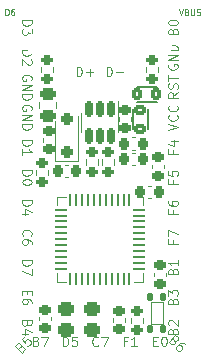
<source format=gbr>
%TF.GenerationSoftware,KiCad,Pcbnew,(6.0.1)*%
%TF.CreationDate,2022-01-23T22:32:30+01:00*%
%TF.ProjectId,pluto,706c7574-6f2e-46b6-9963-61645f706362,1.0*%
%TF.SameCoordinates,Original*%
%TF.FileFunction,Legend,Top*%
%TF.FilePolarity,Positive*%
%FSLAX46Y46*%
G04 Gerber Fmt 4.6, Leading zero omitted, Abs format (unit mm)*
G04 Created by KiCad (PCBNEW (6.0.1)) date 2022-01-23 22:32:30*
%MOMM*%
%LPD*%
G01*
G04 APERTURE LIST*
G04 Aperture macros list*
%AMRoundRect*
0 Rectangle with rounded corners*
0 $1 Rounding radius*
0 $2 $3 $4 $5 $6 $7 $8 $9 X,Y pos of 4 corners*
0 Add a 4 corners polygon primitive as box body*
4,1,4,$2,$3,$4,$5,$6,$7,$8,$9,$2,$3,0*
0 Add four circle primitives for the rounded corners*
1,1,$1+$1,$2,$3*
1,1,$1+$1,$4,$5*
1,1,$1+$1,$6,$7*
1,1,$1+$1,$8,$9*
0 Add four rect primitives between the rounded corners*
20,1,$1+$1,$2,$3,$4,$5,0*
20,1,$1+$1,$4,$5,$6,$7,0*
20,1,$1+$1,$6,$7,$8,$9,0*
20,1,$1+$1,$8,$9,$2,$3,0*%
G04 Aperture macros list end*
%ADD10C,0.120000*%
%ADD11C,0.100000*%
%ADD12C,0.150000*%
%ADD13RoundRect,0.225000X0.225000X0.250000X-0.225000X0.250000X-0.225000X-0.250000X0.225000X-0.250000X0*%
%ADD14C,1.752600*%
%ADD15RoundRect,0.200000X-0.275000X0.200000X-0.275000X-0.200000X0.275000X-0.200000X0.275000X0.200000X0*%
%ADD16R,5.200000X5.200000*%
%ADD17RoundRect,0.062500X-0.475000X0.062500X-0.475000X-0.062500X0.475000X-0.062500X0.475000X0.062500X0*%
%ADD18RoundRect,0.062500X-0.062500X0.475000X-0.062500X-0.475000X0.062500X-0.475000X0.062500X0.475000X0*%
%ADD19RoundRect,0.200000X0.275000X-0.200000X0.275000X0.200000X-0.275000X0.200000X-0.275000X-0.200000X0*%
%ADD20RoundRect,0.243750X-0.456250X0.243750X-0.456250X-0.243750X0.456250X-0.243750X0.456250X0.243750X0*%
%ADD21RoundRect,0.225000X0.250000X-0.225000X0.250000X0.225000X-0.250000X0.225000X-0.250000X-0.225000X0*%
%ADD22RoundRect,0.150000X-0.150000X0.512500X-0.150000X-0.512500X0.150000X-0.512500X0.150000X0.512500X0*%
%ADD23RoundRect,0.300000X0.400000X0.300000X-0.400000X0.300000X-0.400000X-0.300000X0.400000X-0.300000X0*%
%ADD24RoundRect,0.170000X-0.330000X0.255000X-0.330000X-0.255000X0.330000X-0.255000X0.330000X0.255000X0*%
%ADD25RoundRect,0.225000X-0.250000X0.225000X-0.250000X-0.225000X0.250000X-0.225000X0.250000X0.225000X0*%
%ADD26RoundRect,0.275000X0.275000X-0.275000X0.275000X0.275000X-0.275000X0.275000X-0.275000X-0.275000X0*%
%ADD27O,1.000000X2.200000*%
%ADD28O,1.000000X1.800000*%
%ADD29R,0.600000X1.150000*%
%ADD30R,0.300000X1.150000*%
%ADD31RoundRect,0.170000X0.255000X0.330000X-0.255000X0.330000X-0.255000X-0.330000X0.255000X-0.330000X0*%
%ADD32RoundRect,0.137500X-0.137500X0.212500X-0.137500X-0.212500X0.137500X-0.212500X0.137500X0.212500X0*%
G04 APERTURE END LIST*
D10*
%TO.C,J3*%
X113015857Y-70001666D02*
X113015857Y-70268333D01*
X113434904Y-70268333D02*
X112634904Y-70268333D01*
X112634904Y-69887380D01*
X112634904Y-69239761D02*
X112634904Y-69392142D01*
X112673000Y-69468333D01*
X112711095Y-69506428D01*
X112825380Y-69582619D01*
X112977761Y-69620714D01*
X113282523Y-69620714D01*
X113358714Y-69582619D01*
X113396809Y-69544523D01*
X113434904Y-69468333D01*
X113434904Y-69315952D01*
X113396809Y-69239761D01*
X113358714Y-69201666D01*
X113282523Y-69163571D01*
X113092047Y-69163571D01*
X113015857Y-69201666D01*
X112977761Y-69239761D01*
X112939666Y-69315952D01*
X112939666Y-69468333D01*
X112977761Y-69544523D01*
X113015857Y-69582619D01*
X113092047Y-69620714D01*
X100265095Y-56444523D02*
X101065095Y-56444523D01*
X101065095Y-56635000D01*
X101027000Y-56749285D01*
X100950809Y-56825476D01*
X100874619Y-56863571D01*
X100722238Y-56901666D01*
X100607952Y-56901666D01*
X100455571Y-56863571D01*
X100379380Y-56825476D01*
X100303190Y-56749285D01*
X100265095Y-56635000D01*
X100265095Y-56444523D01*
X100988904Y-57206428D02*
X101027000Y-57244523D01*
X101065095Y-57320714D01*
X101065095Y-57511190D01*
X101027000Y-57587380D01*
X100988904Y-57625476D01*
X100912714Y-57663571D01*
X100836523Y-57663571D01*
X100722238Y-57625476D01*
X100265095Y-57168333D01*
X100265095Y-57663571D01*
X106716666Y-81399913D02*
X106678571Y-81438008D01*
X106564285Y-81476103D01*
X106488095Y-81476103D01*
X106373809Y-81438008D01*
X106297619Y-81361818D01*
X106259523Y-81285627D01*
X106221428Y-81133246D01*
X106221428Y-81018960D01*
X106259523Y-80866579D01*
X106297619Y-80790389D01*
X106373809Y-80714199D01*
X106488095Y-80676103D01*
X106564285Y-80676103D01*
X106678571Y-80714199D01*
X106716666Y-80752294D01*
X106983333Y-80676103D02*
X107516666Y-80676103D01*
X107173809Y-81476103D01*
X113434904Y-60013095D02*
X113053952Y-60279761D01*
X113434904Y-60470238D02*
X112634904Y-60470238D01*
X112634904Y-60165476D01*
X112673000Y-60089285D01*
X112711095Y-60051190D01*
X112787285Y-60013095D01*
X112901571Y-60013095D01*
X112977761Y-60051190D01*
X113015857Y-60089285D01*
X113053952Y-60165476D01*
X113053952Y-60470238D01*
X113396809Y-59708333D02*
X113434904Y-59594047D01*
X113434904Y-59403571D01*
X113396809Y-59327380D01*
X113358714Y-59289285D01*
X113282523Y-59251190D01*
X113206333Y-59251190D01*
X113130142Y-59289285D01*
X113092047Y-59327380D01*
X113053952Y-59403571D01*
X113015857Y-59555952D01*
X112977761Y-59632142D01*
X112939666Y-59670238D01*
X112863476Y-59708333D01*
X112787285Y-59708333D01*
X112711095Y-59670238D01*
X112673000Y-59632142D01*
X112634904Y-59555952D01*
X112634904Y-59365476D01*
X112673000Y-59251190D01*
X112634904Y-59022619D02*
X112634904Y-58565476D01*
X113434904Y-58794047D02*
X112634904Y-58794047D01*
D11*
X113553333Y-52951190D02*
X113720000Y-53451190D01*
X113886666Y-52951190D01*
X114220000Y-53189285D02*
X114291428Y-53213095D01*
X114315238Y-53236904D01*
X114339047Y-53284523D01*
X114339047Y-53355952D01*
X114315238Y-53403571D01*
X114291428Y-53427380D01*
X114243809Y-53451190D01*
X114053333Y-53451190D01*
X114053333Y-52951190D01*
X114220000Y-52951190D01*
X114267619Y-52975000D01*
X114291428Y-52998809D01*
X114315238Y-53046428D01*
X114315238Y-53094047D01*
X114291428Y-53141666D01*
X114267619Y-53165476D01*
X114220000Y-53189285D01*
X114053333Y-53189285D01*
X114553333Y-52951190D02*
X114553333Y-53355952D01*
X114577142Y-53403571D01*
X114600952Y-53427380D01*
X114648571Y-53451190D01*
X114743809Y-53451190D01*
X114791428Y-53427380D01*
X114815238Y-53403571D01*
X114839047Y-53355952D01*
X114839047Y-52951190D01*
X115053333Y-53427380D02*
X115124761Y-53451190D01*
X115243809Y-53451190D01*
X115291428Y-53427380D01*
X115315238Y-53403571D01*
X115339047Y-53355952D01*
X115339047Y-53308333D01*
X115315238Y-53260714D01*
X115291428Y-53236904D01*
X115243809Y-53213095D01*
X115148571Y-53189285D01*
X115100952Y-53165476D01*
X115077142Y-53141666D01*
X115053333Y-53094047D01*
X115053333Y-53046428D01*
X115077142Y-52998809D01*
X115100952Y-52975000D01*
X115148571Y-52951190D01*
X115267619Y-52951190D01*
X115339047Y-52975000D01*
D10*
X103719523Y-81476104D02*
X103719523Y-80676104D01*
X103910000Y-80676104D01*
X104024285Y-80714200D01*
X104100476Y-80790390D01*
X104138571Y-80866580D01*
X104176666Y-81018961D01*
X104176666Y-81133247D01*
X104138571Y-81285628D01*
X104100476Y-81361819D01*
X104024285Y-81438009D01*
X103910000Y-81476104D01*
X103719523Y-81476104D01*
X104900476Y-80676104D02*
X104519523Y-80676104D01*
X104481428Y-81057057D01*
X104519523Y-81018961D01*
X104595714Y-80980866D01*
X104786190Y-80980866D01*
X104862380Y-81018961D01*
X104900476Y-81057057D01*
X104938571Y-81133247D01*
X104938571Y-81323723D01*
X104900476Y-81399914D01*
X104862380Y-81438009D01*
X104786190Y-81476104D01*
X104595714Y-81476104D01*
X104519523Y-81438009D01*
X104481428Y-81399914D01*
X100265095Y-53904523D02*
X101065095Y-53904523D01*
X101065095Y-54095000D01*
X101027000Y-54209285D01*
X100950809Y-54285476D01*
X100874619Y-54323571D01*
X100722238Y-54361666D01*
X100607952Y-54361666D01*
X100455571Y-54323571D01*
X100379380Y-54285476D01*
X100303190Y-54209285D01*
X100265095Y-54095000D01*
X100265095Y-53904523D01*
X101065095Y-54628333D02*
X101065095Y-55123571D01*
X100760333Y-54856904D01*
X100760333Y-54971190D01*
X100722238Y-55047380D01*
X100684142Y-55085476D01*
X100607952Y-55123571D01*
X100417476Y-55123571D01*
X100341285Y-55085476D01*
X100303190Y-55047380D01*
X100265095Y-54971190D01*
X100265095Y-54742619D01*
X100303190Y-54666428D01*
X100341285Y-54628333D01*
X104875238Y-58616104D02*
X104875238Y-57816104D01*
X105065714Y-57816104D01*
X105180000Y-57854200D01*
X105256190Y-57930390D01*
X105294285Y-58006580D01*
X105332380Y-58158961D01*
X105332380Y-58273247D01*
X105294285Y-58425628D01*
X105256190Y-58501819D01*
X105180000Y-58578009D01*
X105065714Y-58616104D01*
X104875238Y-58616104D01*
X105675238Y-58311342D02*
X106284761Y-58311342D01*
X105980000Y-58616104D02*
X105980000Y-58006580D01*
X107415238Y-58616104D02*
X107415238Y-57816104D01*
X107605714Y-57816104D01*
X107720000Y-57854200D01*
X107796190Y-57930390D01*
X107834285Y-58006580D01*
X107872380Y-58158961D01*
X107872380Y-58273247D01*
X107834285Y-58425628D01*
X107796190Y-58501819D01*
X107720000Y-58578009D01*
X107605714Y-58616104D01*
X107415238Y-58616104D01*
X108215238Y-58311342D02*
X108824761Y-58311342D01*
X100265095Y-66604523D02*
X101065095Y-66604523D01*
X101065095Y-66795000D01*
X101027000Y-66909285D01*
X100950809Y-66985476D01*
X100874619Y-67023571D01*
X100722238Y-67061666D01*
X100607952Y-67061666D01*
X100455571Y-67023571D01*
X100379380Y-66985476D01*
X100303190Y-66909285D01*
X100265095Y-66795000D01*
X100265095Y-66604523D01*
X101065095Y-67556904D02*
X101065095Y-67633095D01*
X101027000Y-67709285D01*
X100988904Y-67747380D01*
X100912714Y-67785476D01*
X100760333Y-67823571D01*
X100569857Y-67823571D01*
X100417476Y-67785476D01*
X100341285Y-67747380D01*
X100303190Y-67709285D01*
X100265095Y-67633095D01*
X100265095Y-67556904D01*
X100303190Y-67480714D01*
X100341285Y-67442619D01*
X100417476Y-67404523D01*
X100569857Y-67366428D01*
X100760333Y-67366428D01*
X100912714Y-67404523D01*
X100988904Y-67442619D01*
X101027000Y-67480714D01*
X101065095Y-67556904D01*
X100126797Y-81558990D02*
X100234546Y-81505115D01*
X100288421Y-81505115D01*
X100369233Y-81532053D01*
X100450045Y-81612865D01*
X100476983Y-81693677D01*
X100476983Y-81747552D01*
X100450045Y-81828364D01*
X100234546Y-82043863D01*
X99668861Y-81478178D01*
X99857423Y-81289616D01*
X99938235Y-81262679D01*
X99992110Y-81262679D01*
X100072922Y-81289616D01*
X100126797Y-81343491D01*
X100153734Y-81424303D01*
X100153734Y-81478178D01*
X100126797Y-81558990D01*
X99938235Y-81747552D01*
X100503920Y-80643119D02*
X100234546Y-80912493D01*
X100476983Y-81208804D01*
X100476983Y-81154929D01*
X100503920Y-81074117D01*
X100638607Y-80939430D01*
X100719419Y-80912493D01*
X100773294Y-80912493D01*
X100854106Y-80939430D01*
X100988793Y-81074117D01*
X101015731Y-81154929D01*
X101015731Y-81208804D01*
X100988793Y-81289616D01*
X100854106Y-81424303D01*
X100773294Y-81451241D01*
X100719419Y-81451241D01*
X100265095Y-64064523D02*
X101065095Y-64064523D01*
X101065095Y-64255000D01*
X101027000Y-64369285D01*
X100950809Y-64445476D01*
X100874619Y-64483571D01*
X100722238Y-64521666D01*
X100607952Y-64521666D01*
X100455571Y-64483571D01*
X100379380Y-64445476D01*
X100303190Y-64369285D01*
X100265095Y-64255000D01*
X100265095Y-64064523D01*
X100265095Y-65283571D02*
X100265095Y-64826428D01*
X100265095Y-65055000D02*
X101065095Y-65055000D01*
X100950809Y-64978809D01*
X100874619Y-64902619D01*
X100836523Y-64826428D01*
X112673000Y-57644523D02*
X112634904Y-57720714D01*
X112634904Y-57835000D01*
X112673000Y-57949285D01*
X112749190Y-58025476D01*
X112825380Y-58063571D01*
X112977761Y-58101666D01*
X113092047Y-58101666D01*
X113244428Y-58063571D01*
X113320619Y-58025476D01*
X113396809Y-57949285D01*
X113434904Y-57835000D01*
X113434904Y-57758809D01*
X113396809Y-57644523D01*
X113358714Y-57606428D01*
X113092047Y-57606428D01*
X113092047Y-57758809D01*
X113434904Y-57263571D02*
X112634904Y-57263571D01*
X113434904Y-56806428D01*
X112634904Y-56806428D01*
X113434904Y-56425476D02*
X112634904Y-56425476D01*
X112634904Y-56235000D01*
X112673000Y-56120714D01*
X112749190Y-56044523D01*
X112825380Y-56006428D01*
X112977761Y-55968333D01*
X113092047Y-55968333D01*
X113244428Y-56006428D01*
X113320619Y-56044523D01*
X113396809Y-56120714D01*
X113434904Y-56235000D01*
X113434904Y-56425476D01*
X100341285Y-72141666D02*
X100303190Y-72103571D01*
X100265095Y-71989285D01*
X100265095Y-71913095D01*
X100303190Y-71798809D01*
X100379380Y-71722619D01*
X100455571Y-71684523D01*
X100607952Y-71646428D01*
X100722238Y-71646428D01*
X100874619Y-71684523D01*
X100950809Y-71722619D01*
X101027000Y-71798809D01*
X101065095Y-71913095D01*
X101065095Y-71989285D01*
X101027000Y-72103571D01*
X100988904Y-72141666D01*
X101065095Y-72827380D02*
X101065095Y-72675000D01*
X101027000Y-72598809D01*
X100988904Y-72560714D01*
X100874619Y-72484523D01*
X100722238Y-72446428D01*
X100417476Y-72446428D01*
X100341285Y-72484523D01*
X100303190Y-72522619D01*
X100265095Y-72598809D01*
X100265095Y-72751190D01*
X100303190Y-72827380D01*
X100341285Y-72865476D01*
X100417476Y-72903571D01*
X100607952Y-72903571D01*
X100684142Y-72865476D01*
X100722238Y-72827380D01*
X100760333Y-72751190D01*
X100760333Y-72598809D01*
X100722238Y-72522619D01*
X100684142Y-72484523D01*
X100607952Y-72446428D01*
D11*
X98860952Y-53451190D02*
X98860952Y-52951190D01*
X98980000Y-52951190D01*
X99051428Y-52975000D01*
X99099047Y-53022619D01*
X99122857Y-53070238D01*
X99146666Y-53165476D01*
X99146666Y-53236904D01*
X99122857Y-53332142D01*
X99099047Y-53379761D01*
X99051428Y-53427380D01*
X98980000Y-53451190D01*
X98860952Y-53451190D01*
X99575238Y-52951190D02*
X99480000Y-52951190D01*
X99432380Y-52975000D01*
X99408571Y-52998809D01*
X99360952Y-53070238D01*
X99337142Y-53165476D01*
X99337142Y-53355952D01*
X99360952Y-53403571D01*
X99384761Y-53427380D01*
X99432380Y-53451190D01*
X99527619Y-53451190D01*
X99575238Y-53427380D01*
X99599047Y-53403571D01*
X99622857Y-53355952D01*
X99622857Y-53236904D01*
X99599047Y-53189285D01*
X99575238Y-53165476D01*
X99527619Y-53141666D01*
X99432380Y-53141666D01*
X99384761Y-53165476D01*
X99360952Y-53189285D01*
X99337142Y-53236904D01*
D10*
X100684142Y-76802619D02*
X100684142Y-77069285D01*
X100265095Y-77183571D02*
X100265095Y-76802619D01*
X101065095Y-76802619D01*
X101065095Y-77183571D01*
X101065095Y-77869285D02*
X101065095Y-77716904D01*
X101027000Y-77640714D01*
X100988904Y-77602619D01*
X100874619Y-77526428D01*
X100722238Y-77488333D01*
X100417476Y-77488333D01*
X100341285Y-77526428D01*
X100303190Y-77564523D01*
X100265095Y-77640714D01*
X100265095Y-77793095D01*
X100303190Y-77869285D01*
X100341285Y-77907380D01*
X100417476Y-77945476D01*
X100607952Y-77945476D01*
X100684142Y-77907380D01*
X100722238Y-77869285D01*
X100760333Y-77793095D01*
X100760333Y-77640714D01*
X100722238Y-77564523D01*
X100684142Y-77526428D01*
X100607952Y-77488333D01*
X113015857Y-80218809D02*
X113053952Y-80104523D01*
X113092047Y-80066428D01*
X113168238Y-80028333D01*
X113282523Y-80028333D01*
X113358714Y-80066428D01*
X113396809Y-80104523D01*
X113434904Y-80180714D01*
X113434904Y-80485476D01*
X112634904Y-80485476D01*
X112634904Y-80218809D01*
X112673000Y-80142619D01*
X112711095Y-80104523D01*
X112787285Y-80066428D01*
X112863476Y-80066428D01*
X112939666Y-80104523D01*
X112977761Y-80142619D01*
X113015857Y-80218809D01*
X113015857Y-80485476D01*
X112711095Y-79723571D02*
X112673000Y-79685476D01*
X112634904Y-79609285D01*
X112634904Y-79418809D01*
X112673000Y-79342619D01*
X112711095Y-79304523D01*
X112787285Y-79266428D01*
X112863476Y-79266428D01*
X112977761Y-79304523D01*
X113434904Y-79761666D01*
X113434904Y-79266428D01*
X113015857Y-75138809D02*
X113053952Y-75024523D01*
X113092047Y-74986428D01*
X113168238Y-74948333D01*
X113282523Y-74948333D01*
X113358714Y-74986428D01*
X113396809Y-75024523D01*
X113434904Y-75100714D01*
X113434904Y-75405476D01*
X112634904Y-75405476D01*
X112634904Y-75138809D01*
X112673000Y-75062619D01*
X112711095Y-75024523D01*
X112787285Y-74986428D01*
X112863476Y-74986428D01*
X112939666Y-75024523D01*
X112977761Y-75062619D01*
X113015857Y-75138809D01*
X113015857Y-75405476D01*
X113434904Y-74186428D02*
X113434904Y-74643571D01*
X113434904Y-74415000D02*
X112634904Y-74415000D01*
X112749190Y-74491190D01*
X112825380Y-74567380D01*
X112863476Y-74643571D01*
X111377619Y-81057056D02*
X111644285Y-81057056D01*
X111758571Y-81476103D02*
X111377619Y-81476103D01*
X111377619Y-80676103D01*
X111758571Y-80676103D01*
X112253809Y-80676103D02*
X112330000Y-80676103D01*
X112406190Y-80714199D01*
X112444285Y-80752294D01*
X112482380Y-80828484D01*
X112520476Y-80980865D01*
X112520476Y-81171341D01*
X112482380Y-81323722D01*
X112444285Y-81399913D01*
X112406190Y-81438008D01*
X112330000Y-81476103D01*
X112253809Y-81476103D01*
X112177619Y-81438008D01*
X112139523Y-81399913D01*
X112101428Y-81323722D01*
X112063333Y-81171341D01*
X112063333Y-80980865D01*
X112101428Y-80828484D01*
X112139523Y-80752294D01*
X112177619Y-80714199D01*
X112253809Y-80676103D01*
X112634904Y-63181666D02*
X113434904Y-62915000D01*
X112634904Y-62648333D01*
X113358714Y-61924523D02*
X113396809Y-61962619D01*
X113434904Y-62076904D01*
X113434904Y-62153095D01*
X113396809Y-62267380D01*
X113320619Y-62343571D01*
X113244428Y-62381666D01*
X113092047Y-62419761D01*
X112977761Y-62419761D01*
X112825380Y-62381666D01*
X112749190Y-62343571D01*
X112673000Y-62267380D01*
X112634904Y-62153095D01*
X112634904Y-62076904D01*
X112673000Y-61962619D01*
X112711095Y-61924523D01*
X113358714Y-61124523D02*
X113396809Y-61162619D01*
X113434904Y-61276904D01*
X113434904Y-61353095D01*
X113396809Y-61467380D01*
X113320619Y-61543571D01*
X113244428Y-61581666D01*
X113092047Y-61619761D01*
X112977761Y-61619761D01*
X112825380Y-61581666D01*
X112749190Y-61543571D01*
X112673000Y-61467380D01*
X112634904Y-61353095D01*
X112634904Y-61276904D01*
X112673000Y-61162619D01*
X112711095Y-61124523D01*
X113015857Y-77678809D02*
X113053952Y-77564523D01*
X113092047Y-77526428D01*
X113168238Y-77488333D01*
X113282523Y-77488333D01*
X113358714Y-77526428D01*
X113396809Y-77564523D01*
X113434904Y-77640714D01*
X113434904Y-77945476D01*
X112634904Y-77945476D01*
X112634904Y-77678809D01*
X112673000Y-77602619D01*
X112711095Y-77564523D01*
X112787285Y-77526428D01*
X112863476Y-77526428D01*
X112939666Y-77564523D01*
X112977761Y-77602619D01*
X113015857Y-77678809D01*
X113015857Y-77945476D01*
X112634904Y-77221666D02*
X112634904Y-76726428D01*
X112939666Y-76993095D01*
X112939666Y-76878809D01*
X112977761Y-76802619D01*
X113015857Y-76764523D01*
X113092047Y-76726428D01*
X113282523Y-76726428D01*
X113358714Y-76764523D01*
X113396809Y-76802619D01*
X113434904Y-76878809D01*
X113434904Y-77107380D01*
X113396809Y-77183571D01*
X113358714Y-77221666D01*
X113015857Y-64921666D02*
X113015857Y-65188333D01*
X113434904Y-65188333D02*
X112634904Y-65188333D01*
X112634904Y-64807380D01*
X112901571Y-64159761D02*
X113434904Y-64159761D01*
X112596809Y-64350238D02*
X113168238Y-64540714D01*
X113168238Y-64045476D01*
X100265095Y-69144523D02*
X101065095Y-69144523D01*
X101065095Y-69335000D01*
X101027000Y-69449285D01*
X100950809Y-69525476D01*
X100874619Y-69563571D01*
X100722238Y-69601666D01*
X100607952Y-69601666D01*
X100455571Y-69563571D01*
X100379380Y-69525476D01*
X100303190Y-69449285D01*
X100265095Y-69335000D01*
X100265095Y-69144523D01*
X100798428Y-70287380D02*
X100265095Y-70287380D01*
X101103190Y-70096904D02*
X100531761Y-69906428D01*
X100531761Y-70401666D01*
X113166067Y-80999454D02*
X113219941Y-81107204D01*
X113219941Y-81161079D01*
X113193004Y-81241891D01*
X113112192Y-81322703D01*
X113031380Y-81349641D01*
X112977505Y-81349641D01*
X112896693Y-81322703D01*
X112681193Y-81107204D01*
X113246879Y-80541519D01*
X113435441Y-80730080D01*
X113462378Y-80810893D01*
X113462378Y-80864767D01*
X113435441Y-80945580D01*
X113381566Y-80999454D01*
X113300754Y-81026392D01*
X113246879Y-81026392D01*
X113166067Y-80999454D01*
X112977505Y-80810893D01*
X114055001Y-81349641D02*
X113947251Y-81241891D01*
X113866439Y-81214954D01*
X113812564Y-81214954D01*
X113677877Y-81241891D01*
X113543190Y-81322703D01*
X113327691Y-81538202D01*
X113300754Y-81619015D01*
X113300754Y-81672889D01*
X113327691Y-81753702D01*
X113435441Y-81861451D01*
X113516253Y-81888389D01*
X113570128Y-81888389D01*
X113650940Y-81861451D01*
X113785627Y-81726764D01*
X113812564Y-81645952D01*
X113812564Y-81592077D01*
X113785627Y-81511265D01*
X113677877Y-81403515D01*
X113597065Y-81376578D01*
X113543190Y-81376578D01*
X113462378Y-81403515D01*
X113015857Y-54818809D02*
X113053952Y-54704523D01*
X113092047Y-54666428D01*
X113168238Y-54628333D01*
X113282523Y-54628333D01*
X113358714Y-54666428D01*
X113396809Y-54704523D01*
X113434904Y-54780714D01*
X113434904Y-55085476D01*
X112634904Y-55085476D01*
X112634904Y-54818809D01*
X112673000Y-54742619D01*
X112711095Y-54704523D01*
X112787285Y-54666428D01*
X112863476Y-54666428D01*
X112939666Y-54704523D01*
X112977761Y-54742619D01*
X113015857Y-54818809D01*
X113015857Y-55085476D01*
X112634904Y-54133095D02*
X112634904Y-54056904D01*
X112673000Y-53980714D01*
X112711095Y-53942619D01*
X112787285Y-53904523D01*
X112939666Y-53866428D01*
X113130142Y-53866428D01*
X113282523Y-53904523D01*
X113358714Y-53942619D01*
X113396809Y-53980714D01*
X113434904Y-54056904D01*
X113434904Y-54133095D01*
X113396809Y-54209285D01*
X113358714Y-54247380D01*
X113282523Y-54285476D01*
X113130142Y-54323571D01*
X112939666Y-54323571D01*
X112787285Y-54285476D01*
X112711095Y-54247380D01*
X112673000Y-54209285D01*
X112634904Y-54133095D01*
X113015857Y-72541666D02*
X113015857Y-72808333D01*
X113434904Y-72808333D02*
X112634904Y-72808333D01*
X112634904Y-72427380D01*
X112634904Y-72198809D02*
X112634904Y-71665476D01*
X113434904Y-72008333D01*
X101027000Y-61505476D02*
X101065095Y-61429285D01*
X101065095Y-61315000D01*
X101027000Y-61200714D01*
X100950809Y-61124523D01*
X100874619Y-61086428D01*
X100722238Y-61048333D01*
X100607952Y-61048333D01*
X100455571Y-61086428D01*
X100379380Y-61124523D01*
X100303190Y-61200714D01*
X100265095Y-61315000D01*
X100265095Y-61391190D01*
X100303190Y-61505476D01*
X100341285Y-61543571D01*
X100607952Y-61543571D01*
X100607952Y-61391190D01*
X100265095Y-61886428D02*
X101065095Y-61886428D01*
X100265095Y-62343571D01*
X101065095Y-62343571D01*
X100265095Y-62724523D02*
X101065095Y-62724523D01*
X101065095Y-62915000D01*
X101027000Y-63029285D01*
X100950809Y-63105476D01*
X100874619Y-63143571D01*
X100722238Y-63181666D01*
X100607952Y-63181666D01*
X100455571Y-63143571D01*
X100379380Y-63105476D01*
X100303190Y-63029285D01*
X100265095Y-62915000D01*
X100265095Y-62724523D01*
X113015857Y-67461666D02*
X113015857Y-67728333D01*
X113434904Y-67728333D02*
X112634904Y-67728333D01*
X112634904Y-67347380D01*
X112634904Y-66661666D02*
X112634904Y-67042619D01*
X113015857Y-67080714D01*
X112977761Y-67042619D01*
X112939666Y-66966428D01*
X112939666Y-66775952D01*
X112977761Y-66699761D01*
X113015857Y-66661666D01*
X113092047Y-66623571D01*
X113282523Y-66623571D01*
X113358714Y-66661666D01*
X113396809Y-66699761D01*
X113434904Y-66775952D01*
X113434904Y-66966428D01*
X113396809Y-67042619D01*
X113358714Y-67080714D01*
X100265095Y-74224523D02*
X101065095Y-74224523D01*
X101065095Y-74415000D01*
X101027000Y-74529285D01*
X100950809Y-74605476D01*
X100874619Y-74643571D01*
X100722238Y-74681666D01*
X100607952Y-74681666D01*
X100455571Y-74643571D01*
X100379380Y-74605476D01*
X100303190Y-74529285D01*
X100265095Y-74415000D01*
X100265095Y-74224523D01*
X101065095Y-74948333D02*
X101065095Y-75481666D01*
X100265095Y-75138809D01*
X101446190Y-81057057D02*
X101560476Y-81095152D01*
X101598571Y-81133247D01*
X101636666Y-81209438D01*
X101636666Y-81323723D01*
X101598571Y-81399914D01*
X101560476Y-81438009D01*
X101484285Y-81476104D01*
X101179523Y-81476104D01*
X101179523Y-80676104D01*
X101446190Y-80676104D01*
X101522380Y-80714200D01*
X101560476Y-80752295D01*
X101598571Y-80828485D01*
X101598571Y-80904676D01*
X101560476Y-80980866D01*
X101522380Y-81018961D01*
X101446190Y-81057057D01*
X101179523Y-81057057D01*
X101903333Y-80676104D02*
X102436666Y-80676104D01*
X102093809Y-81476104D01*
X109123333Y-81057056D02*
X108856666Y-81057056D01*
X108856666Y-81476103D02*
X108856666Y-80676103D01*
X109237619Y-80676103D01*
X109961428Y-81476103D02*
X109504285Y-81476103D01*
X109732857Y-81476103D02*
X109732857Y-80676103D01*
X109656666Y-80790389D01*
X109580476Y-80866579D01*
X109504285Y-80904675D01*
X100684142Y-79571190D02*
X100646047Y-79685476D01*
X100607952Y-79723571D01*
X100531761Y-79761666D01*
X100417476Y-79761666D01*
X100341285Y-79723571D01*
X100303190Y-79685476D01*
X100265095Y-79609285D01*
X100265095Y-79304523D01*
X101065095Y-79304523D01*
X101065095Y-79571190D01*
X101027000Y-79647380D01*
X100988904Y-79685476D01*
X100912714Y-79723571D01*
X100836523Y-79723571D01*
X100760333Y-79685476D01*
X100722238Y-79647380D01*
X100684142Y-79571190D01*
X100684142Y-79304523D01*
X100798428Y-80447380D02*
X100265095Y-80447380D01*
X101103190Y-80256904D02*
X100531761Y-80066428D01*
X100531761Y-80561666D01*
X101027000Y-58965476D02*
X101065095Y-58889285D01*
X101065095Y-58775000D01*
X101027000Y-58660714D01*
X100950809Y-58584523D01*
X100874619Y-58546428D01*
X100722238Y-58508333D01*
X100607952Y-58508333D01*
X100455571Y-58546428D01*
X100379380Y-58584523D01*
X100303190Y-58660714D01*
X100265095Y-58775000D01*
X100265095Y-58851190D01*
X100303190Y-58965476D01*
X100341285Y-59003571D01*
X100607952Y-59003571D01*
X100607952Y-58851190D01*
X100265095Y-59346428D02*
X101065095Y-59346428D01*
X100265095Y-59803571D01*
X101065095Y-59803571D01*
X100265095Y-60184523D02*
X101065095Y-60184523D01*
X101065095Y-60375000D01*
X101027000Y-60489285D01*
X100950809Y-60565476D01*
X100874619Y-60603571D01*
X100722238Y-60641666D01*
X100607952Y-60641666D01*
X100455571Y-60603571D01*
X100379380Y-60565476D01*
X100303190Y-60489285D01*
X100265095Y-60375000D01*
X100265095Y-60184523D01*
%TO.C,C9*%
X109830580Y-65145000D02*
X109549420Y-65145000D01*
X109830580Y-66165000D02*
X109549420Y-66165000D01*
%TO.C,R6*%
X109487500Y-79087742D02*
X109487500Y-79562258D01*
X110532500Y-79087742D02*
X110532500Y-79562258D01*
%TO.C,U2*%
X110470000Y-75320000D02*
X110470000Y-76045000D01*
X110470000Y-69550000D02*
X110470000Y-68825000D01*
X103250000Y-68825000D02*
X103975000Y-68825000D01*
X103250000Y-75320000D02*
X103250000Y-76045000D01*
X103250000Y-69550000D02*
X103250000Y-68825000D01*
X110470000Y-76045000D02*
X109745000Y-76045000D01*
X103250000Y-76045000D02*
X103975000Y-76045000D01*
%TO.C,R1*%
X110767500Y-58302258D02*
X110767500Y-57827742D01*
X111812500Y-58302258D02*
X111812500Y-57827742D01*
%TO.C,F1*%
X101720000Y-60796422D02*
X101720000Y-61313578D01*
X103140000Y-60796422D02*
X103140000Y-61313578D01*
%TO.C,C6*%
X108970000Y-79425580D02*
X108970000Y-79144420D01*
X107950000Y-79425580D02*
X107950000Y-79144420D01*
%TO.C,U1*%
X108400000Y-62545000D02*
X108400000Y-60745000D01*
X105280000Y-62545000D02*
X105280000Y-63345000D01*
X108400000Y-62545000D02*
X108400000Y-63345000D01*
X105280000Y-62545000D02*
X105280000Y-61745000D01*
%TO.C,C7*%
X102010000Y-64175580D02*
X102010000Y-63894420D01*
X103030000Y-64175580D02*
X103030000Y-63894420D01*
D12*
%TO.C,FB2*%
X109640000Y-61375000D02*
X109640000Y-63075000D01*
X110940000Y-61375000D02*
X110940000Y-63075000D01*
D10*
%TO.C,C4*%
X111420000Y-75294420D02*
X111420000Y-75575580D01*
X112440000Y-75294420D02*
X112440000Y-75575580D01*
%TO.C,R2*%
X102922500Y-57822742D02*
X102922500Y-58297258D01*
X101877500Y-57822742D02*
X101877500Y-58297258D01*
%TO.C,C1*%
X109460000Y-62124420D02*
X109460000Y-62405580D01*
X108440000Y-62124420D02*
X108440000Y-62405580D01*
%TO.C,C5*%
X101670000Y-79024420D02*
X101670000Y-79305580D01*
X102690000Y-79024420D02*
X102690000Y-79305580D01*
%TO.C,D1*%
X103040000Y-65827500D02*
X105040000Y-65827500D01*
X105040000Y-65827500D02*
X105040000Y-61977500D01*
X103040000Y-65827500D02*
X103040000Y-61977500D01*
%TO.C,C10*%
X104180580Y-66155000D02*
X103899420Y-66155000D01*
X104180580Y-67175000D02*
X103899420Y-67175000D01*
%TO.C,C8*%
X111230000Y-66435580D02*
X111230000Y-66154420D01*
X112250000Y-66435580D02*
X112250000Y-66154420D01*
D12*
%TO.C,FB1*%
X111700000Y-60825000D02*
X110000000Y-60825000D01*
X111700000Y-59525000D02*
X110000000Y-59525000D01*
D10*
%TO.C,R3*%
X102452500Y-66557742D02*
X102452500Y-67032258D01*
X101407500Y-66557742D02*
X101407500Y-67032258D01*
D11*
%TO.C,SW1*%
X111160000Y-77795000D02*
X112160000Y-77795000D01*
X112160000Y-77795000D02*
X112160000Y-79595000D01*
X112160000Y-79595000D02*
X111160000Y-79595000D01*
X111160000Y-79595000D02*
X111160000Y-77795000D01*
D10*
%TO.C,C2*%
X109840580Y-63825000D02*
X109559420Y-63825000D01*
X109840580Y-64845000D02*
X109559420Y-64845000D01*
%TO.C,R4*%
X106682500Y-66132258D02*
X106682500Y-65657742D01*
X105637500Y-66132258D02*
X105637500Y-65657742D01*
%TO.C,C3*%
X111200580Y-67965000D02*
X110919420Y-67965000D01*
X111200580Y-68985000D02*
X110919420Y-68985000D01*
%TO.C,R5*%
X108072500Y-66132258D02*
X108072500Y-65657742D01*
X107027500Y-66132258D02*
X107027500Y-65657742D01*
%TD*%
%LPC*%
D13*
%TO.C,C9*%
X108915000Y-65655000D03*
X110465000Y-65655000D03*
%TD*%
D14*
%TO.C,J3*%
X105580000Y-59575000D03*
X108120000Y-59575000D03*
X114470000Y-51955000D03*
X114470000Y-54495000D03*
X114470000Y-57035000D03*
X114470000Y-59575000D03*
X114470000Y-62115000D03*
X114470000Y-64655000D03*
X114470000Y-67195000D03*
X114470000Y-69735000D03*
X114470000Y-72275000D03*
X114470000Y-74815000D03*
X114470000Y-77355000D03*
X114470000Y-79895000D03*
X114470000Y-82435000D03*
X111930000Y-82435000D03*
X109390000Y-82435000D03*
X106850000Y-82435000D03*
X104310000Y-82435000D03*
X101770000Y-82435000D03*
X99230000Y-82435000D03*
X99230000Y-79895000D03*
X99230000Y-77355000D03*
X99230000Y-74815000D03*
X99230000Y-72275000D03*
X99230000Y-69735000D03*
X99230000Y-67195000D03*
X99230000Y-64655000D03*
X99230000Y-62115000D03*
X99230000Y-59575000D03*
X99230000Y-57035000D03*
X99230000Y-54495000D03*
X99230000Y-51955000D03*
%TD*%
D15*
%TO.C,R6*%
X110010000Y-80150000D03*
X110010000Y-78500000D03*
%TD*%
D16*
%TO.C,U2*%
X106860000Y-72435000D03*
D17*
X110197500Y-69935000D03*
X110197500Y-70435000D03*
X110197500Y-70935000D03*
X110197500Y-71435000D03*
X110197500Y-71935000D03*
X110197500Y-72435000D03*
X110197500Y-72935000D03*
X110197500Y-73435000D03*
X110197500Y-73935000D03*
X110197500Y-74435000D03*
X110197500Y-74935000D03*
D18*
X109360000Y-75772500D03*
X108860000Y-75772500D03*
X108360000Y-75772500D03*
X107860000Y-75772500D03*
X107360000Y-75772500D03*
X106860000Y-75772500D03*
X106360000Y-75772500D03*
X105860000Y-75772500D03*
X105360000Y-75772500D03*
X104860000Y-75772500D03*
X104360000Y-75772500D03*
D17*
X103522500Y-74935000D03*
X103522500Y-74435000D03*
X103522500Y-73935000D03*
X103522500Y-73435000D03*
X103522500Y-72935000D03*
X103522500Y-72435000D03*
X103522500Y-71935000D03*
X103522500Y-71435000D03*
X103522500Y-70935000D03*
X103522500Y-70435000D03*
X103522500Y-69935000D03*
D18*
X104360000Y-69097500D03*
X104860000Y-69097500D03*
X105360000Y-69097500D03*
X105860000Y-69097500D03*
X106360000Y-69097500D03*
X106860000Y-69097500D03*
X107360000Y-69097500D03*
X107860000Y-69097500D03*
X108360000Y-69097500D03*
X108860000Y-69097500D03*
X109360000Y-69097500D03*
%TD*%
D19*
%TO.C,R1*%
X111290000Y-57240000D03*
X111290000Y-58890000D03*
%TD*%
D20*
%TO.C,F1*%
X102430000Y-61992500D03*
X102430000Y-60117500D03*
%TD*%
D21*
%TO.C,C6*%
X108460000Y-78510000D03*
X108460000Y-80060000D03*
%TD*%
D22*
%TO.C,U1*%
X107790000Y-63682500D03*
X106840000Y-63682500D03*
X105890000Y-63682500D03*
X105890000Y-61407500D03*
X106840000Y-61407500D03*
X107790000Y-61407500D03*
%TD*%
D21*
%TO.C,C7*%
X102520000Y-63260000D03*
X102520000Y-64810000D03*
%TD*%
D23*
%TO.C,Y1*%
X106200000Y-80085000D03*
X104000000Y-80085000D03*
X104000000Y-78385000D03*
X106200000Y-78385000D03*
%TD*%
D24*
%TO.C,FB2*%
X110290000Y-63075000D03*
X110290000Y-61475000D03*
%TD*%
D25*
%TO.C,C4*%
X111930000Y-76210000D03*
X111930000Y-74660000D03*
%TD*%
D15*
%TO.C,R2*%
X102400000Y-58885000D03*
X102400000Y-57235000D03*
%TD*%
D25*
%TO.C,C1*%
X108950000Y-63040000D03*
X108950000Y-61490000D03*
%TD*%
%TO.C,C5*%
X102180000Y-79940000D03*
X102180000Y-78390000D03*
%TD*%
D26*
%TO.C,D1*%
X104040000Y-62227500D03*
X104040000Y-65027500D03*
%TD*%
D27*
%TO.C,J1*%
X112470000Y-51935000D03*
X101230000Y-51935000D03*
D28*
X101230000Y-55935000D03*
X112470000Y-55935000D03*
D29*
X110050000Y-57135000D03*
X109250000Y-57135000D03*
D30*
X108600000Y-57135000D03*
X107600000Y-57135000D03*
X106100000Y-57135000D03*
X105100000Y-57135000D03*
D29*
X104450000Y-57135000D03*
X103650000Y-57135000D03*
X103650000Y-57135000D03*
X104450000Y-57135000D03*
D30*
X105600000Y-57135000D03*
X106600000Y-57135000D03*
X107100000Y-57135000D03*
X108100000Y-57135000D03*
D29*
X109250000Y-57135000D03*
X110050000Y-57135000D03*
%TD*%
D13*
%TO.C,C10*%
X103265000Y-66665000D03*
X104815000Y-66665000D03*
%TD*%
D21*
%TO.C,C8*%
X111740000Y-65520000D03*
X111740000Y-67070000D03*
%TD*%
D31*
%TO.C,FB1*%
X110000000Y-60175000D03*
X111600000Y-60175000D03*
%TD*%
D15*
%TO.C,R3*%
X101930000Y-67620000D03*
X101930000Y-65970000D03*
%TD*%
D32*
%TO.C,SW1*%
X111085000Y-80045000D03*
X111085000Y-77345000D03*
X112235000Y-77345000D03*
X112235000Y-80045000D03*
%TD*%
D13*
%TO.C,C2*%
X108925000Y-64335000D03*
X110475000Y-64335000D03*
%TD*%
D19*
%TO.C,R4*%
X106160000Y-65070000D03*
X106160000Y-66720000D03*
%TD*%
D13*
%TO.C,C3*%
X110285000Y-68475000D03*
X111835000Y-68475000D03*
%TD*%
D19*
%TO.C,R5*%
X107550000Y-65070000D03*
X107550000Y-66720000D03*
%TD*%
M02*

</source>
